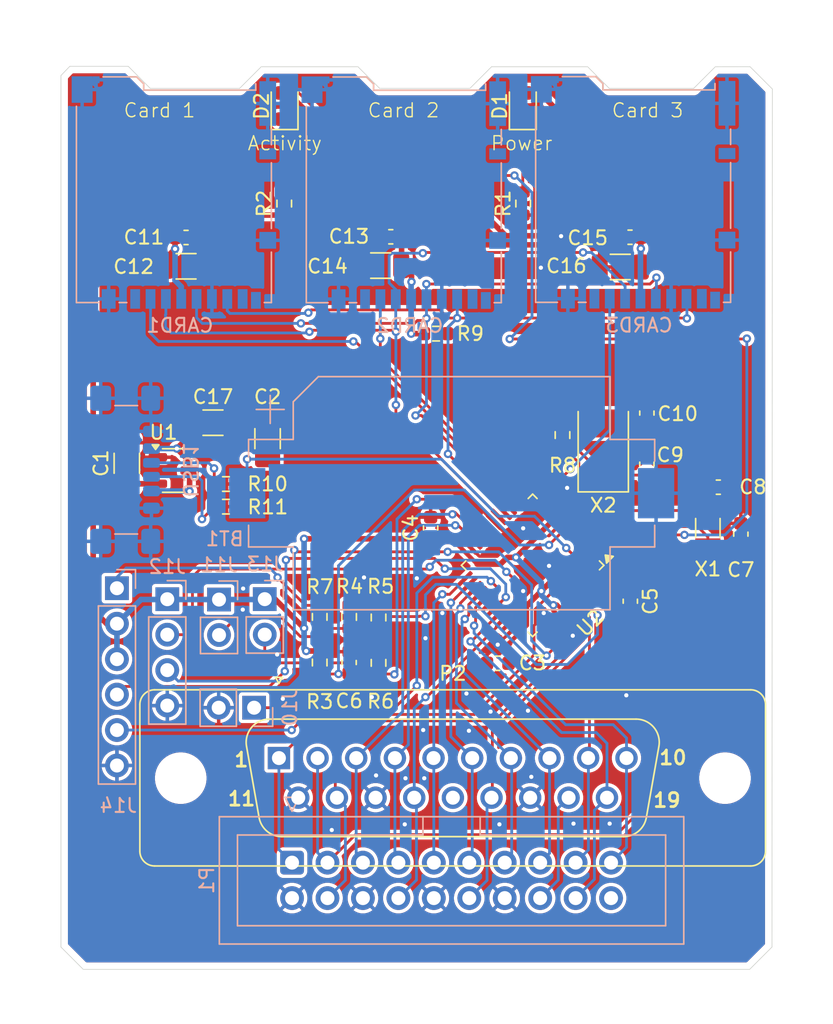
<source format=kicad_pcb>
(kicad_pcb (version 20241229) (generator "pcbnew") (generator_version "9.0")
  (layers (0 "F.Cu" signal) (2 "B.Cu" signal) (13 "F.Paste" user) (15 "B.Paste" user) (5 "F.SilkS" user "F.Silkscreen") (7 "B.SilkS" user "B.Silkscreen") (1 "F.Mask" user) (3 "B.Mask" user) (25 "Edge.Cuts" user))
  (net 0 "")
  (net 1 "/VBatt")
  (net 2 "GND")
  (net 3 "VDD")
  (net 4 "/RESET")
  (net 5 "/OSC32_in")
  (net 6 "/OSC32_out")
  (net 7 "/OSC_in")
  (net 8 "/OSC_out")
  (net 9 "VCC")
  (net 10 "/PA4")
  (net 13 "/PA6")
  (net 14 "/PA5")
  (net 15 "/PA7")
  (net 21 "/PA3")
  (net 24 "/PA2")
  (net 28 "Net-(D1-K)")
  (net 29 "/PC13")
  (net 30 "Net-(D2-K)")
  (net 31 "/PB8")
  (net 32 "/PB9")
  (net 33 "/PB10")
  (net 34 "/PB11")
  (net 35 "/PB13")
  (net 36 "/PB12")
  (net 37 "/PB14")
  (net 38 "/PB15")
  (net 39 "/PA8")
  (net 40 "/PB7")
  (net 41 "/PA15")
  (net 42 "/PA12")
  (net 43 "/PB6")
  (net 44 "/PA11")
  (net 45 "Net-(P1-Pin_16)")
  (net 46 "/BOOT0")
  (net 47 "/PA13")
  (net 48 "/PA14")
  (net 49 "/PB2")
  (net 50 "/PA9")
  (net 51 "Net-(J14-Pin_1)")
  (net 52 "/PA10")
  (net 54 "Net-(R4-Pad2)")
  (net 55 "Net-(USB1-CC2)")
  (net 56 "Net-(USB1-CC1)")
  (footprint "Capacitor_SMD:C_1206_3216Metric" (layer "F.Cu") (at 137.4394 74.9554)
    (property "Reference" "C12")
    (property "Value" "100uF")
  )
  (footprint "Capacitor_SMD:C_0603_1608Metric" (layer "F.Cu") (at 159.775027 103.394373 180)
    (property "Reference" "C3")
    (property "Value" "100nF")
  )
  (footprint "Resistor_SMD:R_0603_1608Metric" (layer "F.Cu") (at 147.0152 103.3404 90)
    (property "Reference" "R3")
    (property "Value" "100K")
  )
  (footprint "Resistor_SMD:R_0603_1608Metric" (layer "F.Cu") (at 151.2316 103.3658 90)
    (property "Reference" "R6")
    (property "Value" "100K")
  )
  (footprint "Capacitor_SMD:C_0603_1608Metric" (layer "F.Cu") (at 152.109 72.8424 180)
    (property "Reference" "C13")
    (property "Value" "100nF")
  )
  (footprint "Capacitor_SMD:C_0603_1608Metric" (layer "F.Cu") (at 169.274627 98.949373 -90)
    (property "Reference" "C5")
    (property "Value" "100nF")
  )
  (footprint "Capacitor_SMD:C_1206_3216Metric" (layer "F.Cu") (at 168.5526 75.0062 180)
    (property "Reference" "C16")
    (property "Value" "100uF")
  )
  (footprint "Capacitor_SMD:C_0603_1608Metric" (layer "F.Cu") (at 170.4594 85.471 90)
    (property "Reference" "C10")
    (property "Value" "22pF")
  )
  (footprint "Package_QFP:LQFP-48_7x7mm_P0.5mm" (layer "F.Cu") (at 162.274458 96.379878 -135)
    (property "Reference" "U2")
    (property "Value" "STM32F103C8Tx")
  )
  (footprint "Capacitor_SMD:C_0603_1608Metric" (layer "F.Cu") (at 137.4394 72.8916)
    (property "Reference" "C11")
    (property "Value" "100nF")
  )
  (footprint "Capacitor_SMD:C_0603_1608Metric" (layer "F.Cu") (at 170.4594 89.1286 90)
    (property "Reference" "C9")
    (property "Value" "22pF")
  )
  (footprint "Resistor_SMD:R_0603_1608Metric" (layer "F.Cu") (at 140.2971 92.1766)
    (property "Reference" "R11")
    (property "Value" "5.1K")
  )
  (footprint "Capacitor_SMD:C_1206_3216Metric" (layer "F.Cu") (at 133.1951 89.0676 90)
    (property "Reference" "C1")
    (property "Value" "100uF")
  )
  (footprint "Resistor_SMD:R_0603_1608Metric" (layer "F.Cu") (at 164.4142 87.0458 -90)
    (property "Reference" "R8")
    (property "Value" "1M")
  )
  (footprint "Resistor_SMD:R_0603_1608Metric" (layer "F.Cu") (at 144.4752 70.462 90)
    (property "Reference" "R2")
    (property "Value" "1K")
  )
  (footprint "Resistor_SMD:R_0603_1608Metric" (layer "F.Cu") (at 151.2316 100.1146 90)
    (property "Reference" "R5")
    (property "Value" "1K")
  )
  (footprint "Capacitor_SMD:C_1206_3216Metric" (layer "F.Cu") (at 139.368 86.16)
    (property "Reference" "C17")
    (property "Value" "100uF")
  )
  (footprint "Resistor_SMD:R_0603_1608Metric" (layer "F.Cu") (at 155.3596 79.7814 180)
    (property "Reference" "R9")
    (property "Value" "100K")
  )
  (footprint "Resistor_SMD:R_0603_1608Metric" (layer "F.Cu") (at 149.1234 100.0768 90)
    (property "Reference" "R4")
    (property "Value" "1K")
  )
  (footprint "Resistor_SMD:R_0603_1608Metric" (layer "F.Cu") (at 147.0152 100.0734 -90)
    (property "Reference" "R7")
    (property "Value" "1K")
  )
  (footprint "LED_SMD:LED_0805_2012Metric" (layer "F.Cu") (at 161.5694 63.4747 90)
    (property "Reference" "D1")
    (property "Value" "LED_Filled")
  )
  (footprint "Resistor_SMD:R_0603_1608Metric" (layer "F.Cu") (at 140.2974 90.5542)
    (property "Reference" "R10")
    (property "Value" "5.1K")
  )
  (footprint "Capacitor_SMD:C_1206_3216Metric" (layer "F.Cu") (at 143.2814 87.303 90)
    (property "Reference" "C2")
    (property "Value" "100uF")
  )
  (footprint "Capacitor_SMD:C_0603_1608Metric" (layer "F.Cu") (at 177.1928 94.1454 90)
    (property "Reference" "C7")
    (property "Value" "22pF")
  )
  (footprint "Resistor_SMD:R_0603_1608Metric" (layer "F.Cu") (at 161.5948 70.462 90)
    (property "Reference" "R1")
    (property "Value" "1K")
  )
  (footprint "Package_TO_SOT_SMD:SOT-23-3" (layer "F.Cu") (at 136.5559 89.5858)
    (property "Reference" "U1")
    (property "Value" "XC6206PxxxMR")
  )
  (footprint "Capacitor_SMD:C_0603_1608Metric" (layer "F.Cu") (at 169.2526 72.8726 180)
    (property "Reference" "C15")
    (property "Value" "100nF")
  )
  (footprint "LED_SMD:LED_0805_2012Metric" (layer "F.Cu") (at 144.5006 63.4747 90)
    (property "Reference" "D2")
    (property "Value" "LED_Filled")
  )
  (footprint "Crystal:Crystal_SMD_3215-2Pin_3.2x1.5mm" (layer "F.Cu") (at 174.8306 93.7006 -90)
    (property "Reference" "X1")
    (property "Value" "32.768KHz")
  )
  (footprint "Crystal:Crystal_SMD_5032-2Pin_5.0x3.2mm" (layer "F.Cu") (at 167.3352 88.066 90)
    (property "Reference" "X2")
    (property "Value" "8MHz")
  )
  (footprint "Capacitor_SMD:C_0603_1608Metric" (layer "F.Cu") (at 149.1234 103.3402 90)
    (property "Reference" "C6")
    (property "Value" "100nF")
  )
  (footprint "Capacitor_SMD:C_0603_1608Metric" (layer "F.Cu") (at 175.5796 90.7796)
    (property "Reference" "C8")
    (property "Value" "22pF")
  )
  (footprint "Capacitor_SMD:C_1206_3216Metric" (layer "F.Cu") (at 151.384 74.9046 180)
    (property "Reference" "C14")
    (property "Value" "100uF")
  )
  (footprint "ACSI2ST:DSUB-19_Pins_Vertical" (layer "F.Cu") (at 156.5592 111.6252)
    (property "Reference" "P2")
    (property "Value" "DB-19 Male" (hide yes))
  )
  (footprint "Capacitor_SMD:C_0603_1608Metric" (layer "F.Cu") (at 154.9654 93.7006 90)
    (property "Reference" "C4")
    (property "Value" "100nF")
  )
  (footprint "Connector_PinHeader_2.54mm:PinHeader_1x02_P2.54mm_Vertical" (layer "B.Cu") (at 143.0782 98.801 180)
    (property "Reference" "J13")
    (property "Value" "STRICT")
  )
  (footprint "Connector_Card:microSD_HC_Hirose_DM3BT-DSF-PEJS" (layer "B.Cu") (at 136.5682 69.6688)
    (property "Reference" "CARD1")
    (property "Value" "Micro_SD_Card_Det2")
  )
  (footprint "Connector_Card:microSD_HC_Hirose_DM3BT-DSF-PEJS" (layer "B.Cu") (at 153.041 69.6786)
    (property "Reference" "CARD2")
    (property "Value" "Micro_SD_Card_Det2")
  )
  (footprint "Connector_PinHeader_2.54mm:PinHeader_1x02_P2.54mm_Vertical" (layer "B.Cu") (at 139.8016 98.8314 180)
    (property "Reference" "J11")
    (property "Value" "FLASH")
  )
  (footprint "Connector_PinHeader_2.54mm:PinHeader_1x06_P2.54mm_Vertical" (layer "B.Cu") (at 132.4864 98.0186 180)
    (property "Reference" "J14")
    (property "Value" "UART")
  )
  (footprint "Connector_IDC:IDC-Header_2x10_P2.54mm_Vertical" (layer "B.Cu") (at 145.034 117.6782 -90)
    (property "Reference" "P1")
    (property "Value" "IDC20")
  )
  (footprint "Connector_PinHeader_2.54mm:PinHeader_1x02_P2.54mm_Vertical" (layer "B.Cu") (at 142.3162 106.5784 90)
    (property "Reference" "J10")
    (property "Value" "RESET")
  )
  (footprint "Connector_Card:microSD_HC_Hirose_DM3BT-DSF-PEJS" (layer "B.Cu") (at 169.4748 69.6532)
    (property "Reference" "CARD3")
    (property "Value" "Micro_SD_Card_Det2")
  )
  (footprint "Battery:BatteryHolder_Keystone_1060_1x2032" (layer "B.Cu") (at 156.4698 91.2114)
    (property "Reference" "BT1")
    (property "Value" "CR2032")
  )
  (footprint "Connector_USB:USB_C_Receptacle_GCT_USB4135-GF-A_6P_TopMnt_Horizontal" (layer "B.Cu") (at 131.9276 89.535 90)
    (property "Reference" "USB1")
    (property "Value" "USB_C_PowerOnly")
  )
  (footprint "Connector_PinHeader_2.54mm:PinHeader_1x04_P2.54mm_Vertical" (layer "B.Cu") (at 136.0932 98.806 180)
    (property "Reference" "J12")
    (property "Value" "ID_SHIFT")
  )
  (gr_line (start 157.7784 62.211) (end 151.3078 62.211) (stroke (width 0.05)) (layer "Edge.Cuts"))
  (gr_line (start 141.2748 62.211) (end 134.874 62.211) (stroke (width 0.05)) (layer "Edge.Cuts"))
  (gr_line (start 175.363 60.6616) (end 173.8136 62.211) (stroke (width 0.05)) (layer "Edge.Cuts"))
  (gr_line (start 133.2992 60.6298) (end 134.874 62.211) (stroke (width 0.05)) (layer "Edge.Cuts"))
  (gr_line (start 177.8254 125.3236) (end 179.426229 123.7234) (stroke (width 0.05)) (layer "Edge.Cuts"))
  (gr_line (start 130.0734 125.324229) (end 128.4732 123.7234) (stroke (width 0.05)) (layer "Edge.Cuts"))
  (gr_line (start 128.4732 61.2902) (end 128.4732 123.7234) (stroke (width 0.05)) (layer "Edge.Cuts"))
  (gr_line (start 129.1082 60.6298) (end 133.2992 60.6298) (stroke (width 0.05)) (layer "Edge.Cuts"))
  (gr_line (start 159.3342 60.6552) (end 157.7848 62.2046) (stroke (width 0.05)) (layer "Edge.Cuts"))
  (gr_line (start 177.8508 60.657705) (end 175.363 60.6616) (stroke (width 0.05)) (layer "Edge.Cuts"))
  (gr_line (start 142.8242 60.6616) (end 141.2748 62.211) (stroke (width 0.05)) (layer "Edge.Cuts"))
  (gr_line (start 166.2176 60.6616) (end 167.767 62.211) (stroke (width 0.05)) (layer "Edge.Cuts"))
  (gr_line (start 149.7584 60.6616) (end 151.3078 62.2046) (stroke (width 0.05)) (layer "Edge.Cuts"))
  (gr_line (start 142.8242 60.6616) (end 149.7584 60.6616) (stroke (width 0.05)) (layer "Edge.Cuts"))
  (gr_line (start 179.426229 123.7234) (end 179.451 62.2554) (stroke (width 0.05)) (layer "Edge.Cuts"))
  (gr_line (start 130.0734 125.324229) (end 177.8254 125.3236) (stroke (width 0.05)) (layer "Edge.Cuts"))
  (gr_line (start 173.8136 62.211) (end 167.767 62.211) (stroke (width 0.05)) (layer "Edge.Cuts"))
  (gr_line (start 128.4732 61.2902) (end 129.1082 60.6298) (stroke (width 0.05)) (layer "Edge.Cuts"))
  (gr_line (start 179.451 62.2554) (end 177.8508 60.654571) (stroke (width 0.05)) (layer "Edge.Cuts"))
  (gr_line (start 159.3342 60.6616) (end 166.2176 60.6616) (stroke (width 0.05)) (layer "Edge.Cuts"))
  (gr_text "Card 3" (at 167.8746 64.37 0) (layer "F.SilkS") (effects (font (size 1 1) (thickness 0.1)) (justify left bottom)))
  (gr_text "11" (at 140.335 113.6904 0) (layer "F.SilkS") (effects (font (size 1 1) (thickness 0.2) (bold yes)) (justify left bottom)))
  (gr_text "Card 2" (at 150.3867 64.37 0) (layer "F.SilkS") (effects (font (size 1 1) (thickness 0.1)) (justify left bottom)))
  (gr_text "Activity" (at 141.7828 66.7282 0) (layer "F.SilkS") (effects (font (size 1 1) (thickness 0.1)) (justify left bottom)))
  (gr_text "19" (at 170.815 113.792 0) (layer "F.SilkS") (effects (font (size 1 1) (thickness 0.2) (bold yes)) (justify left bottom)))
  (gr_text "10" (at 171.2468 110.744 0) (layer "F.SilkS") (effects (font (size 1 1) (thickness 0.2) (bold yes)) (justify left bottom)))
  (gr_text "1" (at 140.7922 110.8964 0) (layer "F.SilkS") (effects (font (size 1 1) (thickness 0.2) (bold yes)) (justify left bottom)))
  (gr_text "Card 1" (at 132.8988 64.37 0) (layer "F.SilkS") (effects (font (size 1 1) (thickness 0.1)) (justify left bottom)))
  (gr_text "Power" (at 159.2072 66.7282 0) (layer "F.SilkS") (effects (font (size 1 1) (thickness 0.1)) (justify left bottom)))
  (segment (start 141.8082 88.773) (end 143.2764 88.773) (width 0.2) (layer "F.Cu") (net 1))
  (segment (start 166.616927 95.926497) (end 167.162334 95.38109) (width 0.2) (layer "F.Cu") (net 1))
  (segment (start 165.471697 95.926497) (end 166.616927 95.926497) (width 0.2) (layer "F.Cu") (net 1))
  (segment (start 164.6809 95.1357) (end 165.471697 95.926497) (width 0.2) (layer "F.Cu") (net 1))
  (segment (start 143.2764 88.773) (end 143.2814 88.778) (width 0.2) (layer "F.Cu") (net 1))
  (via (at 164.6809 95.1357) (size 0.6) (drill 0.3) (layers "F.Cu" "B.Cu") (net 1))
  (via (at 141.8082 88.773) (size 0.6) (drill 0.3) (layers "F.Cu" "B.Cu") (net 1))
  (segment (start 141.8082 88.773) (end 141.8082 91.1998) (width 0.2) (layer "B.Cu") (net 1))
  (segment (start 159.828927 92.8624) (end 162.4076 92.8624) (width 0.2) (layer "B.Cu") (net 1))
  (segment (start 155.739527 88.773) (end 159.828927 92.8624) (width 0.2) (layer "B.Cu") (net 1))
  (segment (start 141.8082 88.773) (end 155.739527 88.773) (width 0.2) (layer "B.Cu") (net 1))
  (segment (start 141.8082 91.1998) (end 141.8198 91.2114) (width 0.2) (layer "B.Cu") (net 1))
  (segment (start 162.4076 92.8624) (end 164.6809 95.1357) (width 0.2) (layer "B.Cu") (net 1))
  (segment (start 168.800933 99.724373) (end 169.274627 99.724373) (width 0.2) (layer "F.Cu") (net 2))
  (segment (start 160.922116 100.9142) (end 159.772558 102.063758) (width 0.2) (layer "F.Cu") (net 2))
  (segment (start 166.80878 97.73222) (end 168.800933 99.724373) (width 0.2) (layer "F.Cu") (net 2))
  (segment (start 159.772558 102.063758) (end 159.000027 102.836289) (width 0.2) (layer "F.Cu") (net 2))
  (segment (start 159.8422 94.301174) (end 159.154349 93.613323) (width 0.2) (layer "F.Cu") (net 2))
  (segment (start 166.12996 97.0534) (end 165.4302 97.0534) (width 0.2) (layer "F.Cu") (net 2))
  (segment (start 159.8422 94.8436) (end 159.8422 94.301174) (width 0.2) (layer "F.Cu") (net 2))
  (segment (start 158.4198 95.7072) (end 158.9786 95.7072) (width 0.2) (layer "F.Cu") (net 2))
  (segment (start 158.9786 95.7072) (end 159.8422 94.8436) (width 0.2) (layer "F.Cu") (net 2))
  (segment (start 159.000027 102.836289) (end 159.000027 103.394373) (width 0.2) (layer "F.Cu") (net 2))
  (segment (start 157.740136 95.027536) (end 158.4198 95.7072) (width 0.2) (layer "F.Cu") (net 2))
  (segment (start 166.80878 97.73222) (end 166.12996 97.0534) (width 0.2) (layer "F.Cu") (net 2))
  (via (at 147.8788 115.3414) (size 0.6) (drill 0.3) (layers "F.Cu" "B.Cu") (net 2))
  (via (at 165.2016 114.8842) (size 0.6) (drill 0.3) (layers "F.Cu" "B.Cu") (net 2))
  (via (at 143.9672 102.7642) (size 0.6) (drill 0.3) (layers "F.Cu" "B.Cu") (net 2))
  (via (at 151.0538 111.4298) (size 0.6) (drill 0.3) (layers "F.Cu" "B.Cu") (net 2))
  (via (at 141.5288 98.044) (size 0.6) (drill 0.3) (layers "F.Cu" "B.Cu") (net 2))
  (via (at 162.179 111.5314) (size 0.6) (drill 0.3) (layers "F.Cu" "B.Cu") (net 2))
  (via (at 164.3126 72.7964) (size 0.6) (drill 0.3) (layers "F.Cu" "B.Cu") (net 2))
  (via (at 164.7444 90.8304) (size 0.6) (drill 0.3) (layers "F.Cu" "B.Cu") (net 2))
  (via (at 154.594 101.6) (size 0.6) (drill 0.3) (layers "F.Cu" "B.Cu") (net 2))
  (via (at 153.9748 97.3074) (size 0.6) (drill 0.3) (layers "F.Cu" "B.Cu") (net 2))
  (via (at 163.068 99.7966) (size 0.6) (drill 0.3) (layers "F.Cu" "B.Cu") (net 2))
  (via (at 155.8036 99.7966) (size 0.6) (drill 0.3) (layers "F.Cu" "B.Cu") (net 2))
  (via (at 159.893 114.935) (size 0.6) (drill 0.3) (layers "F.Cu" "B.Cu") (net 2))
  (via (at 168.9862 105.6894) (size 0.6) (drill 0.3) (layers "F.Cu" "B.Cu") (net 2))
  (via (at 159.258 106.8578) (size 0.6) (drill 0.3) (layers "F.Cu" "B.Cu") (net 2))
  (via (at 161.5948 93.726) (size 0.6) (drill 0.3) (layers "F.Cu" "B.Cu") (net 2))
  (via (at 157.7086 108.2294) (size 0.6) (drill 0.3) (layers "F.Cu" "B.Cu") (net 2))
  (via (at 162.8648 75.057) (size 0.6) (drill 0.3) (layers "F.Cu" "B.Cu") (net 2))
  (via (at 141.5034 99.5522) (size 0.6) (drill 0.3) (layers "F.Cu" "B.Cu") (net 2))
  (via (at 165.1508 101.4222) (size 0.6) (drill 0.3) (layers "F.Cu" "B.Cu") (net 2))
  (via (at 159.772558 102.063758) (size 0.6) (drill 0.3) (layers "F.Cu" "B.Cu") (net 2))
  (via (at 153.162 111.633) (size 0.6) (drill 0.3) (layers "F.Cu" "B.Cu") (net 2))
  (via (at 161.94007 106.79193) (size 0.6) (drill 0.3) (layers "F.Cu" "B.Cu") (net 2))
  (via (at 167.7924 114.8842) (size 0.6) (drill 0.3) (layers "F.Cu" "B.Cu") (net 2))
  (via (at 153.1112 114.935) (size 0.6) (drill 0.3) (layers "F.Cu" "B.Cu") (net 2))
  (via (at 163.449 96.4184) (size 0.6) (drill 0.3) (layers "F.Cu" "B.Cu") (net 2))
  (via (at 157.5308 105.5624) (size 0.6) (drill 0.3) (layers "F.Cu" "B.Cu") (net 2))
  (via (at 154.5082 111.633) (size 0.6) (drill 0.3) (layers "F.Cu" "B.Cu") (net 2))
  (via (at 144.3736 105.9434) (size 0.6) (drill 0.3) (layers "F.Cu" "B.Cu") (net 2))
  (via (at 161.5948 98.2218) (size 0.6) (drill 0.3) (layers "F.Cu" "B.Cu") (net 2))
  (via (at 150.1902 97.247) (size 0.6) (drill 0.3) (layers "F.Cu" "B.Cu") (net 2))
  (via (at 150.749 105.8164) (size 0.6) (drill 0.3) (layers "F.Cu" "B.Cu") (net 2))
  (via (at 154.432 108.1786) (size 0.6) (drill 0.3) (layers "F.Cu" "B.Cu") (net 2))
  (segment (start 155.194 120.5738) (end 155.2702 120.65) (width 0.2) (layer "B.Cu") (net 2))
  (segment (start 164.625325 96.4946) (end 165.753194 96.4946) (width 0.4) (layer "F.Cu") (net 3))
  (segment (start 163.759354 99.232246) (end 163.759354 99.63254) (width 0.3) (layer "F.Cu") (net 3))
  (segment (start 152.884 74.8796) (end 152.884 72.8424) (width 0.4) (layer "F.Cu") (net 3))
  (segment (start 157.375144 95.38109) (end 157.375144 95.369652) (width 0.3) (layer "F.Cu") (net 3))
  (segment (start 169.2148 71.2724) (end 170.0276 72.0852) (width 0.4) (layer "F.Cu") (net 3))
  (segment (start 145.8976 100.88437) (end 143.81423 98.801) (width 0.4) (layer "F.Cu") (net 3))
  (segment (start 164.2364 63.9826) (end 164.2364 71.2724) (width 0.4) (layer "F.Cu") (net 3))
  (segment (start 163.759354 99.63254) (end 164.333907 100.207093) (width 0.3) (layer "F.Cu") (net 3))
  (segment (start 165.753194 96.4946) (end 166.278268 96.4946) (width 0.3) (layer "F.Cu") (net 3))
  (segment (start 161.8742 99.351971) (end 161.8742 100.669224) (width 0.3) (layer "F.Cu") (net 3))
  (segment (start 135.9644 74.9554) (end 135.9644 74.3984) (width 0.4) (layer "F.Cu") (net 3))
  (segment (start 170.0276 72.8726) (end 170.0276 73.6854) (width 0.4) (layer "F.Cu") (net 3))
  (segment (start 136.652 72.904) (end 136.6644 72.8916) (width 0.4) (layer "F.Cu") (net 3))
  (segment (start 161.5694 62.5372) (end 162.791 62.5372) (width 0.4) (layer "F.Cu") (net 3))
  (segment (start 132.4864 100.5586) (end 131.7498 100.5586) (width 0.4) (layer "F.Cu") (net 3))
  (segment (start 160.638627 101.946573) (end 160.550027 102.035173) (width 0.4) (layer "F.Cu") (net 3))
  (segment (start 153.5938 75.6394) (end 152.859 74.9046) (width 0.4) (layer "F.Cu") (net 3))
  (segment (start 164.625325 96.4946) (end 162.898125 98.2218) (width 0.4) (layer "F.Cu") (net 3))
  (segment (start 146.05 102.5144) (end 147.0142 102.5144) (width 0.4) (layer "F.Cu") (net 3))
  (segment (start 145.8976 94.478973) (end 155.667573 94.478973) (width 0.4) (layer "F.Cu") (net 3))
  (segment (start 162.0012 99.224971) (end 161.8742 99.351971) (width 0.3) (layer "F.Cu") (net 3))
  (segment (start 154.5346 79.7814) (end 153.5684 79.7814) (width 0.4) (layer "F.Cu") (net 3))
  (segment (start 161.393606 95.492964) (end 163.576 93.31057) (width 0.4) (layer "F.Cu") (net 3))
  (segment (start 158.296892 96.2914) (end 157.386582 95.38109) (width 0.3) (layer "F.Cu") (net 3))
  (segment (start 167.801427 98.009573) (end 167.966227 98.174373) (width 0.4) (layer "F.Cu") (net 3))
  (segment (start 155.667573 94.478973) (end 155.8544 94.6658) (width 0.4) (layer "F.Cu") (net 3))
  (segment (start 136.652 73.7108) (end 136.652 72.904) (width 0.4) (layer "F.Cu") (net 3))
  (segment (start 156.747492 94.742) (end 156.736054 94.742) (width 0.3) (layer "F.Cu") (net 3))
  (segment (start 158.296892 96.2914) (end 159.969201 96.2914) (width 0.4) (layer "F.Cu") (net 3))
  (segment (start 136.6644 72.8916) (end 138.269 71.287) (width 0.4) (layer "F.Cu") (net 3))
  (segment (start 130.7846 75.692) (end 131.5212 74.9554) (width 0.4) (layer "F.Cu") (net 3))
  (segment (start 138.269 71.287) (end 144.4752 71.287) (width 0.4) (layer "F.Cu") (net 3))
  (segment (start 161.393606 95.501994) (end 161.393606 95.492964) (width 0.4) (layer "F.Cu") (net 3))
  (segment (start 167.162334 97.378666) (end 167.793241 98.009573) (width 0.3) (layer "F.Cu") (net 3))
  (segment (start 170.0276 73.6854) (end 170.0276 75.0062) (width 0.4) (layer "F.Cu") (net 3))
  (segment (start 144.4752 71.287) (end 152.2114 71.287) (width 0.4) (layer "F.Cu") (net 3))
  (segment (start 167.793241 98.009573) (end 167.801427 98.009573) (width 0.4) (layer "F.Cu") (net 3))
  (segment (start 170.0276 72.0852) (end 170.0276 72.8726) (width 0.4) (layer "F.Cu") (net 3))
  (segment (start 162.791 62.5372) (end 164.2364 63.9826) (width 0.4) (layer "F.Cu") (net 3))
  (segment (start 152.859 74.9046) (end 152.884 74.8796) (width 0.4) (layer "F.Cu") (net 3))
  (segment (start 152.2114 71.287) (end 158.8662 71.287) (width 0.4) (layer "F.Cu") (net 3))
  (segment (start 163.8046 99.187) (end 164.02092 99.187) (width 0.3) (layer "F.Cu") (net 3))
  (segment (start 155.8544 94.6658) (end 156.659854 94.6658) (width 0.4) (layer "F.Cu") (net 3))
  (segment (start 162.898125 98.2218) (end 162.009125 99.1108) (width 0.4) (layer "F.Cu") (net 3))
  (segment (start 130.7846 99.5934) (end 130.7846 75.692) (width 0.4) (layer "F.Cu") (net 3))
  (segment (start 153.5938 76.073) (end 153.5938 75.6394) (width 0.4) (layer "F.Cu") (net 3))
  (segment (start 156.659854 94.6658) (end 156.736054 94.742) (width 0.4) (layer "F.Cu") (net 3))
  (segment (start 160.450137 95.810464) (end 161.085136 95.810464) (width 0.4) (layer "F.Cu") (net 3))
  (segment (start 162.009125 99.1108) (end 162.0012 99.1108) (width 0.4) (layer "F.Cu") (net 3))
  (segment (start 164.02092 99.187) (end 164.68746 99.85354) (width 0.3) (layer "F.Cu") (net 3))
  (segment (start 135.9644 74.3984) (end 136.652 73.7108) (width 0.4) (layer "F.Cu") (net 3))
  (segment (start 131.7498 100.5586) (end 130.7846 99.5934) (width 0.4) (layer "F.Cu") (net 3))
  (segment (start 162.7378 72.771) (end 164.2364 71.2724) (width 0.4) (layer "F.Cu") (net 3))
  (segment (start 152.2114 71.287) (end 152.884 71.9596) (width 0.4) (layer "F.Cu") (net 3))
  (segment (start 167.966227 98.174373) (end 169.274627 98.174373) (width 0.4) (layer "F.Cu") (net 3))
  (segment (start 163.59237 93.2942) (end 163.576 93.2942) (width 0.3) (layer "F.Cu") (net 3))
  (segment (start 147.0142 102.5144) (end 147.0152 102.5154) (width 0.4) (layer "F.Cu") (net 3))
  (segment (start 164.2364 71.2724) (end 169.2148 71.2724) (width 0.4) (layer "F.Cu") (net 3))
  (segment (start 131.5212 74.9554) (end 135.9644 74.9554) (width 0.4) (layer "F.Cu") (net 3))
  (segment (start 158.8662 71.287) (end 160.3502 72.771) (width 0.4) (layer "F.Cu") (net 3))
  (segment (start 161.8742 100.669224) (end 161.27567 101.267754) (width 0.3) (layer "F.Cu") (net 3))
  (segment (start 143.81423 98.801) (end 143.0782 98.801) (width 0.4) (layer "F.Cu") (net 3))
  (segment (start 135.4184 90.5358) (end 132.5804 90.5358) (width 0.4) (layer "F.Cu") (net 3))
  (segment (start 152.884 71.9596) (end 152.884 72.8424) (width 0.4) (layer "F.Cu") (net 3))
  (segment (start 160.550027 102.035173) (end 160.550027 103.394373) (width 0.4) (layer "F.Cu") (net 3))
  (segment (start 166.278268 96.4946) (end 167.162334 97.378666) (width 0.3) (layer "F.Cu") (net 3))
  (segment (start 161.27567 101.267754) (end 160.638627 101.904797) (width 0.3) (layer "F.Cu") (net 3))
  (segment (start 157.375144 95.369652) (end 156.747492 94.742) (width 0.3) (layer "F.Cu") (net 3))
  (segment (start 159.969201 96.2914) (end 160.450137 95.810464) (width 0.4) (layer "F.Cu") (net 3))
  (segment (start 162.0012 99.1108) (end 162.0012 99.224971) (width 0.3) (layer "F.Cu") (net 3))
  (segment (start 160.3502 72.771) (end 162.7378 72.771) (width 0.4) (layer "F.Cu") (net 3))
  (segment (start 161.085136 95.810464) (end 161.393606 95.501994) (width 0.4) (layer "F.Cu") (net 3))
  (segment (start 164.317537 92.569033) (end 163.59237 93.2942) (width 0.3) (layer "F.Cu") (net 3))
  (via (at 145.8976 94.478973) (size 0.6) (drill 0.3) (layers "F.Cu" "B.Cu") (net 3))
  (via (at 162.898125 98.2218) (size 0.6) (drill 0.3) (layers "F.Cu" "B.Cu") (net 3))
  (via (at 170.0276 73.6854) (size 0.6) (drill 0.3) (layers "F.Cu" "B.Cu") (net 3))
  (via (at 153.5938 76.073) (size 0.6) (drill 0.3) (layers "F.Cu" "B.Cu") (net 3))
  (via (at 145.8976 100.88437) (size 0.6) (drill 0.3) (layers "F.Cu" "B.Cu") (net 3))
  (via (at 146.05 102.5144) (size 0.6) (drill 0.3) (layers "F.Cu" "B.Cu") (net 3))
  (via (at 136.652 73.7108) (size 0.6) (drill 0.3) (layers "F.Cu" "B.Cu") (net 3))
  (via (at 163.759354 99.232246) (size 0.6) (drill 0.3) (layers "F.Cu" "B.Cu") (net 3))
  (via (at 153.5684 79.7814) (size 0.6) (drill 0.3) (layers "F.Cu" "B.Cu") (net 3))
  (via (at 161.085136 95.810464) (size 0.6) (drill 0.3) (layers "F.Cu" "B.Cu") (net 3))
  (segment (start 162.898125 98.2218) (end 162.898125 97.623452) (width 0.4) (layer "B.Cu") (net 3))
  (segment (start 145.8976 100.88437) (end 145.8976 102.362) (width 0.4) (layer "B.Cu") (net 3))
  (segment (start 132.4864 100.5586) (end 132.4864 103.0986) (width 0.4) (layer "B.Cu") (net 3))
  (segment (start 145.8976 102.362) (end 146.05 102.5144) (width 0.4) (layer "B.Cu") (net 3))
  (segment (start 134.2136 98.8314) (end 134.2186 98.8264) (width 0.4) (layer "B.Cu") (net 3))
  (segment (start 136.652 73.7108) (end 136.652 75.9714) (width 0.4) (layer "B.Cu") (net 3))
  (segment (start 153.5938 76.073) (end 153.566 76.1008) (width 0.4) (layer "B.Cu") (net 3))
  (segment (start 143.0528 98.8264) (end 143.0782 98.801) (width 0.4) (layer "B.Cu") (net 3))
  (segment (start 163.759354 99.232246) (end 163.714108 99.187) (width 0.4) (layer "B.Cu") (net 3))
  (segment (start 169.9998 73.7132) (end 169.9998 77.2782) (width 0.4) (layer "B.Cu") (net 3))
  (segment (start 153.5684 78.4908) (end 153.566 78.4884) (width 0.4) (layer "B.Cu") (net 3))
  (segment (start 163.576764 99.187) (end 162.898125 98.508361) (width 0.4) (layer "B.Cu") (net 3))
  (segment (start 163.714108 99.187) (end 163.576764 99.187) (width 0.4) (layer "B.Cu") (net 3))
  (segment (start 170.0276 73.6854) (end 169.9998 73.7132) (width 0.4) (layer "B.Cu") (net 3))
  (segment (start 153.566 78.4884) (end 153.566 77.3036) (width 0.4) (layer "B.Cu") (net 3))
  (segment (start 137.0932 76.4126) (end 137.0932 77.2938) (width 0.4) (layer "B.Cu") (net 3))
  (segment (start 153.566 76.1008) (end 153.566 77.3036) (width 0.4) (layer "B.Cu") (net 3))
  (segment (start 132.4864 100.5586) (end 134.2136 98.8314) (width 0.4) (layer "B.Cu") (net 3))
  (segment (start 134.2186 98.8264) (end 143.0528 98.8264) (width 0.4) (layer "B.Cu") (net 3))
  (segment (start 162.898125 97.623452) (end 161.085136 95.810464) (width 0.4) (layer "B.Cu") (net 3))
  (segment (start 136.652 75.9714) (end 137.0932 76.4126) (width 0.4) (layer "B.Cu") (net 3))
  (segment (start 162.898125 98.508361) (end 162.898125 98.2218) (width 0.4) (layer "B.Cu") (net 3))
  (segment (start 145.8976 94.478973) (end 145.8976 100.88437) (width 0.4) (layer "B.Cu") (net 3))
  (segment (start 153.5684 79.7814) (end 153.5684 78.4908) (width 0.4) (layer "B.Cu") (net 3))
  (segment (start 148.3614 104.159887) (end 148.356887 104.1644) (width 0.2) (layer "F.Cu") (net 4))
  (segment (start 165.041013 93.327787) (end 163.449 94.9198) (width 0.2) (layer "F.Cu") (net 4))
  (segment (start 148.356887 104.1644) (end 147.0162 104.1644) (width 0.2) (layer "F.Cu") (net 4))
  (segment (start 147.0162 104.1644) (end 144.6022 106.5784) (width 0.2) (layer "F.Cu") (net 4))
  (segment (start 149.078713 104.159887) (end 149.1234 104.1152) (width 0.2) (layer "F.Cu") (net 4))
  (segment (start 148.3614 104.159887) (end 149.078713 104.159887) (width 0.2) (layer "F.Cu") (net 4))
  (segment (start 144.6022 106.5784) (end 142.3162 106.5784) (width 0.2) (layer "F.Cu") (net 4))
  (segment (start 165.041013 93.259769) (end 165.041013 93.327787) (width 0.2) (layer "F.Cu") (net 4))
  (via (at 148.3614 104.159887) (size 0.6) (drill 0.3) (layers "F.Cu" "B.Cu") (net 4))
  (via (at 163.449 94.9198) (size 0.6) (drill 0.3) (layers "F.Cu" "B.Cu") (net 4))
  (segment (start 153.785257 90.9828) (end 157.382227 90.9828) (width 0.2) (layer "B.Cu") (net 4))
  (segment (start 148.3614 104.159887) (end 148.3614 96.406657) (width 0.2) (layer "B.Cu") (net 4))
  (segment (start 161.319227 94.9198) (end 163.449 94.9198) (width 0.2) (layer "B.Cu") (net 4))
  (segment (start 148.3614 96.406657) (end 153.785257 90.9828) (width 0.2) (layer "B.Cu") (net 4))
  (segment (start 157.382227 90.9828) (end 161.319227 94.9198) (width 0.2) (layer "B.Cu") (net 4))
  (segment (start 174.8306 94.9506) (end 177.1626 94.9506) (width 0.2) (layer "F.Cu") (net 5))
  (segment (start 167.53021 93.599) (end 166.455227 94.673983) (width 0.2) (layer "F.Cu") (net 5))
  (segment (start 174.0916 93.599) (end 167.53021 93.599) (width 0.2) (layer "F.Cu") (net 5))
  (segment (start 174.8306 94.9506) (end 174.8306 94.338) (width 0.2) (layer "F.Cu") (net 5))
  (segment (start 174.8306 94.338) (end 174.0916 93.599) (width 0.2) (layer "F.Cu") (net 5))
  (segment (start 177.1626 94.9506) (end 177.1928 94.9204) (width 0.2) (layer "F.Cu") (net 5))
  (segment (start 174.8046 92.4246) (end 174.8306 92.4506) (width 0.2) (layer "F.Cu") (net 6))
  (segment (start 172.0342 92.4506) (end 172.0288 92.456) (width 0.2) (layer "F.Cu") (net 6))
  (segment (start 172.0288 92.456) (end 167.966102 92.456) (width 0.2) (layer "F.Cu") (net 6))
  (segment (start 174.8046 90.7796) (end 174.8046 92.4246) (width 0.2) (layer "F.Cu") (net 6))
  (segment (start 172.0342 92.4506) (end 174.8306 92.4506) (width 0.2) (layer "F.Cu") (net 6))
  (segment (start 167.966102 92.456) (end 166.101673 94.320429) (width 0.2) (layer "F.Cu") (net 6))
  (segment (start 165.29 87.8708) (end 167.3352 89.916) (width 0.2) (layer "F.Cu") (net 7))
  (segment (start 167.3352 89.916) (end 167.3352 92.379796) (width 0.2) (layer "F.Cu") (net 7))
  (segment (start 167.3352 89.916) (end 170.447 89.916) (width 0.2) (layer "F.Cu") (net 7))
  (segment (start 164.4142 87.8708) (end 165.29 87.8708) (width 0.2) (layer "F.Cu") (net 7))
  (segment (start 170.447 89.916) (end 170.4594 89.9036) (width 0.2) (layer "F.Cu") (net 7))
  (segment (start 167.3352 92.379796) (end 165.74812 93.966876) (width 0.2) (layer "F.Cu") (net 7))
  (segment (start 164.419 86.216) (end 164.4142 86.2208) (width 0.2) (layer "F.Cu") (net 8))
  (segment (start 163.83 88.773) (end 163.5252 88.4682) (width 0.2) (layer "F.Cu") (net 8))
  (segment (start 165.3286 88.773) (end 163.83 88.773) (width 0.2) (layer "F.Cu") (net 8))
  (segment (start 167.3352 86.216) (end 164.419 86.216) (width 0.2) (layer "F.Cu") (net 8))
  (segment (start 165.394567 93.613323) (end 166.116 92.89189) (width 0.2) (layer "F.Cu") (net 8))
  (segment (start 163.5252 86.4362) (end 163.7406 86.2208) (width 0.2) (layer "F.Cu") (net 8))
  (segment (start 166.116 91.4654) (end 165.5826 90.932) (width 0.2) (layer "F.Cu") (net 8))
  (segment (start 163.5252 88.4682) (end 163.5252 86.4362) (width 0.2) (layer "F.Cu") (net 8))
  (segment (start 167.3352 86.216) (end 170.4294 86.216) (width 0.2) (layer "F.Cu") (net 8))
  (segment (start 165.5826 90.932) (end 165.5826 89.027) (width 0.2) (layer "F.Cu") (net 8))
  (segment (start 165.5826 89.027) (end 165.3286 88.773) (width 0.2) (layer "F.Cu") (net 8))
  (segment (start 163.7406 86.2208) (end 164.4142 86.2208) (width 0.2) (layer "F.Cu") (net 8))
  (segment (start 166.116 92.89189) (end 166.116 91.4654) (width 0.2) (layer "F.Cu") (net 8))
  (segment (start 170.4294 86.216) (end 170.4594 86.246) (width 0.2) (layer "F.Cu") (net 8))
  (segment (start 137.6772 86.3758) (end 137.893 86.16) (width 0.4) (layer "F.Cu") (net 9))
  (segment (start 137.6934 90.7637) (end 137.6934 89.5858) (width 0.4) (layer "F.Cu") (net 9))
  (segment (start 137.6772 87.1168) (end 137.6772 86.3758) (width 0.4) (layer "F.Cu") (net 9))
  (segment (start 136.779 88.015) (end 137.6772 88.9132) (width 0.4) (layer "F.Cu") (net 9))
  (segment (start 136.779 88.015) (end 137.6772 87.1168) (width 0.4) (layer "F.Cu") (net 9))
  (segment (start 137.6772 88.9132) (end 137.6772 89.5696) (width 0.4) (layer "F.Cu") (net 9))
  (via (at 137.6909 91.071) (size 0.6) (drill 0.3) (layers "F.Cu" "B.Cu") (net 9))
  (via (at 136.779 88.015) (size 0.6) (drill 0.3) (layers "F.Cu" "B.Cu") (net 9))
  (segment (start 136.779 88.015) (end 134.9601 88.015) (width 0.4) (layer "B.Cu") (net 9))
  (segment (start 137.6909 91.071) (end 137.6789 91.059) (width 0.4) (layer "B.Cu") (net 9))
  (segment (start 134.9716 91.055) (end 134.9601 91.055) (width 0.4) (layer "B.Cu") (net 9))
  (segment (start 137.6789 91.059) (end 134.9756 91.059) (width 0.4) (layer "B.Cu") (net 9))
  (segment (start 134.9756 91.059) (end 134.9716 91.055) (width 0.4) (layer "B.Cu") (net 9))
  (segment (start 135.2787 88.0564) (end 135.2667 88.0444) (width 0.4) (layer "B.Cu") (net 9))
  (segment (start 160.922116 91.77626) (end 160.376709 91.230853) (width 0.2) (layer "F.Cu") (net 10))
  (segment (start 156.825 87.5929) (end 149.5723 80.3402) (width 0.2) (layer "F.Cu") (net 10))
  (segment (start 160.376709 91.230853) (end 160.376709 91.144609) (width 0.2) (layer "F.Cu") (net 10))
  (segment (start 160.376709 91.144609) (end 157.0599 87.8278) (width 0.2) (layer "F.Cu") (net 10))
  (segment (start 157.0599 87.8278) (end 156.825 87.5929) (width 0.2) (layer "F.Cu") (net 10))
  (segment (start 160.922116 91.845556) (end 160.922116 91.77626) (width 0.2) (layer "F.Cu") (net 10))
  (segment (start 149.5723 80.3402) (end 149.4282 80.3402) (width 0.2) (layer "F.Cu") (net 10))
  (via (at 149.4282 80.3402) (size 0.6) (drill 0.3) (layers "F.Cu" "B.Cu") (net 10))
  (segment (start 134.8776 77.2782) (end 134.8932 77.2938) (width 0.2) (layer "B.Cu") (net 10))
  (segment (start 135.4836 80.3402) (end 149.4282 80.3402) (width 0.2) (layer "B.Cu") (net 10))
  (segment (start 134.8932 79.7498) (end 135.4836 80.3402) (width 0.2) (layer "B.Cu") (net 10))
  (segment (start 134.8932 77.2938) (end 134.8932 79.7498) (width 0.2) (layer "B.Cu") (net 10))
  (segment (start 156.21 79.3242) (end 156.21 79.756) (width 0.2) (layer "F.Cu") (net 13))
  (segment (start 156.8704 78.6638) (end 156.21 79.3242) (width 0.2) (layer "F.Cu") (net 13))
  (segment (start 156.8704 78.6638) (end 173.3042 78.6638) (width 0.2) (layer "F.Cu") (net 13))
  (segment (start 156.8704 78.6638) (end 156.21 78.6638) (width 0.2) (layer "F.Cu") (net 13))
  (segment (start 156.21 79.756) (end 156.1846 79.7814) (width 0.2) (layer "F.Cu") (net 13))
  (segment (start 156.21 78.6638) (end 155.6258 78.0796) (width 0.2) (layer "F.Cu") (net 13))
  (segment (start 160.215009 92.552663) (end 160.215009 92.483367) (width 0.2) (layer "F.Cu") (net 13))
  (segment (start 159.669602 91.853132) (end 156.209235 88.392765) (width 0.2) (layer "F.Cu") (net 13))
  (segment (start 155.6258 78.0796) (end 146.4056 78.0796) (width 0.2) (layer "F.Cu") (net 13))
  (segment (start 159.669602 91.93796) (end 159.669602 91.853132) (width 0.2) (layer "F.Cu") (net 13))
  (segment (start 160.215009 92.483367) (end 159.669602 91.93796) (width 0.2) (layer "F.Cu") (net 13))
  (segment (start 173.3042 78.6638) (end 173.3296 78.6892) (width 0.2) (layer "F.Cu") (net 13))
  (segment (start 146.4056 78.0796) (end 146.2024 78.2828) (width 0.2) (layer "F.Cu") (net 13))
  (via (at 146.2024 78.2828) (size 0.6) (drill 0.3) (layers "F.Cu" "B.Cu") (net 13))
  (via (at 156.209235 88.392765) (size 0.6) (drill 0.3) (layers "F.Cu" "B.Cu") (net 13))
  (via (at 173.3296 78.6892) (size 0.6) (drill 0.3) (layers "F.Cu" "B.Cu") (net 13))
  (via (at 156.8704 78.6638) (size 0.6) (drill 0.3) (layers "F.Cu" "B.Cu") (net 13))
  (segment (start 173.3296 78.6892) (end 173.3296 77.308) (width 0.2) (layer "B.Cu") (net 13))
  (segment (start 156.8704 78.6638) (end 156.21 79.3242) (width 0.2) (layer "B.Cu") (net 13))
  (segment (start 156.21 79.3242) (end 156.21 88.392) (width 0.2) (layer "B.Cu") (net 13))
  (segment (start 146.1516 78.3336) (end 140.589 78.3336) (width 0.2) (layer "B.Cu") (net 13))
  (segment (start 140.589 78.3336) (end 140.3932 78.1378) (width 0.2) (layer "B.Cu") (net 13))
  (segment (start 156.21 88.392) (end 156.209235 88.392765) (width 0.2) (layer "B.Cu") (net 13))
  (segment (start 156.8704 78.6638) (end 156.8704 78.0122) (width 0.2) (layer "B.Cu") (net 13))
  (segment (start 156.866 78.0078) (end 156.866 77.3036) (width 0.2) (layer "B.Cu") (net 13))
  (segment (start 173.3296 77.308) (end 173.2998 77.2782) (width 0.2) (layer "B.Cu") (net 13))
  (segment (start 146.2024 78.2828) (end 146.1516 78.3336) (width 0.2) (layer "B.Cu") (net 13))
  (segment (start 140.3932 78.1378) (end 140.3932 77.2938) (width 0.2) (layer "B.Cu") (net 13))
  (segment (start 156.8704 78.0122) (end 156.866 78.0078) (width 0.2) (layer "B.Cu") (net 13))
  (segment (start 154.6606 76.2254) (end 170.688 76.2254) (width 0.2) (layer "F.Cu") (net 14))
  (segment (start 145.669 79.0448) (end 153.810615 79.0448) (width 0.2) (layer "F.Cu") (net 14))
  (segment (start 159.975709 91.396953) (end 159.975709 91.310709) (width 0.2) (layer "F.Cu") (net 14))
  (segment (start 160.023155 91.584407) (end 160.023155 91.444399) (width 0.2) (layer "F.Cu") (net 14))
  (segment (start 154.307065 85.642065) (end 153.881535 85.642065) (width 0.2) (layer "F.Cu") (net 14))
  (segment (start 154.018065 78.83735) (end 154.50825 78.83735) (width 0.2) (layer "F.Cu") (net 14))
  (segment (start 154.50825 78.83735) (end 154.666 78.6796) (width 0.2) (layer "F.Cu") (net 14))
  (segment (start 153.810615 79.0448) (end 154.018065 78.83735) (width 0.2) (layer "F.Cu") (net 14))
  (segment (start 160.568563 92.129815) (end 160.023155 91.584407) (width 0.2) (layer "F.Cu") (net 14))
  (segment (start 160.568563 92.199109) (end 160.568563 92.129815) (width 0.2) (layer "F.Cu") (net 14))
  (segment (start 160.023155 91.444399) (end 159.975709 91.396953) (width 0.2) (layer "F.Cu") (net 14))
  (segment (start 159.975709 91.310709) (end 154.307065 85.642065) (width 0.2) (layer "F.Cu") (net 14))
  (segment (start 170.688 76.2254) (end 171.1452 75.7682) (width 0.2) (layer "F.Cu") (net 14))
  (via (at 153.881535 85.642065) (size 0.6) (drill 0.3) (layers "F.Cu" "B.Cu") (net 14))
  (via (at 171.1452 75.7682) (size 0.6) (drill 0.3) (layers "F.Cu" "B.Cu") (net 14))
  (via (at 154.6606 76.2254) (size 0.6) (drill 0.3) (layers "F.Cu" "B.Cu") (net 14))
  (via (at 154.666 78.6796) (size 0.6) (drill 0.3) (layers "F.Cu" "B.Cu") (net 14))
  (via (at 145.669 79.0448) (size 0.6) (drill 0.3) (layers "F.Cu" "B.Cu") (net 14))
  (segment (start 145.669 79.0448) (end 138.6078 79.0448) (width 0.2) (layer "B.Cu") (net 14))
  (segment (start 154.6606 76.6572) (end 154.666 76.6626) (width 0.2) (layer "B.Cu") (net 14))
  (segment (start 171.1452 77.2328) (end 171.0998 77.2782) (width 0.2) (layer "B.Cu") (net 14))
  (segment (start 171.1452 75.7682) (end 171.1452 77.2328) (width 0.2) (layer "B.Cu") (net 14))
  (segment (start 138.6078 79.0448) (end 138.1932 78.6302) (width 0.2) (layer "B.Cu") (net 14))
  (segment (start 154.666 84.8576) (end 153.9756 85.548) (width 0.2) (layer "B.Cu") (net 14))
  (segment (start 154.6606 76.2254) (end 154.6606 76.6572) (width 0.2) (layer "B.Cu") (net 14))
  (segment (start 154.666 76.6626) (end 154.666 84.8576) (width 0.2) (layer "B.Cu") (net 14))
  (segment (start 138.1932 78.6302) (end 138.1932 77.2938) (width 0.2) (layer "B.Cu") (net 14))
  (segment (start 146.2786 79.6448) (end 146.3846 79.5388) (width 0.2) (layer "F.Cu") (net 15))
  (segment (start 152.4762 84.8868) (end 152.4762 85.4964) (width 0.2) (layer "F.Cu") (net 15))
  (segment (start 154.6098 74.0156) (end 154.6606 73.9648) (width 0.2) (layer "F.Cu") (net 15))
  (segment (start 155.608235 88.641708) (end 159.861456 92.894929) (width 0.2) (layer "F.Cu") (net 15))
  (segment (start 155.608235 88.628435) (end 155.608235 88.641708) (width 0.2) (layer "F.Cu") (net 15))
  (segment (start 152.4762 85.4964) (end 155.608235 88.628435) (width 0.2) (layer "F.Cu") (net 15))
  (segment (start 152.3702 79.5388) (end 152.4762 79.6448) (width 0.2) (layer "F.Cu") (net 15))
  (segment (start 159.861456 92.894929) (end 159.861456 92.906216) (width 0.2) (layer "F.Cu") (net 15))
  (segment (start 154.4066 74.0156) (end 154.6098 74.0156) (width 0.2) (layer "F.Cu") (net 15))
  (segment (start 146.3846 79.5388) (end 152.3702 79.5388) (width 0.2) (layer "F.Cu") (net 15))
  (segment (start 154.6606 73.9648) (end 165.8874 73.9648) (width 0.2) (layer "F.Cu") (net 15))
  (via (at 146.2786 79.6448) (size 0.6) (drill 0.3) (layers "F.Cu" "B.Cu") (net 15))
  (via (at 152.4762 84.8868) (size 0.6) (drill 0.3) (layers "F.Cu" "B.Cu") (net 15))
  (via (at 152.4762 79.6448) (size 0.6) (drill 0.3) (layers "F.Cu" "B.Cu") (net 15))
  (via (at 165.8874 73.9648) (size 0.6) (drill 0.3) (layers "F.Cu" "B.Cu") (net 15))
  (via (at 154.4066 74.0156) (size 0.6) (drill 0.3) (layers "F.Cu" "B.Cu") (net 15))
  (segment (start 135.9662 79.3178) (end 135.9662 78.4178) (width 0.2) (layer "B.Cu") (net 15))
  (segment (start 151.9936 74.1934) (end 151.9936 76.1492) (width 0.2) (layer "B.Cu") (net 15))
  (segment (start 166.4864 73.9648) (end 168.8998 76.3782) (width 0.2) (layer "B.Cu") (net 15))
  (segment (start 152.4762 84.8868) (end 152.4762 79.6448) (width 0.2) (layer "B.Cu") (net 15))
  (segment (start 152.466 76.6216) (end 152.466 77.3036) (width 0.2) (layer "B.Cu") (net 15))
  (segment (start 136.379 79.7306) (end 135.9662 79.3178) (width 0.2) (layer "B.Cu") (net 15))
  (segment (start 135.9932 78.3908) (end 135.9932 77.2938) (width 0.2) (layer "B.Cu") (net 15))
  (segment (start 146.2786 79.6448) (end 146.1928 79.7306) (width 0.2) (layer "B.Cu") (net 15))
  (segment (start 152.1714 74.0156) (end 151.9936 74.1934) (width 0.2) (layer "B.Cu") (net 15))
  (segment (start 146.1928 79.7306) (end 136.379 79.7306) (width 0.2) (layer "B.Cu") (net 15))
  (segment (start 168.8998 76.3782) (end 168.8998 77.2782) (width 0.2) (layer "B.Cu") (net 15))
  (segment (start 151.9936 76.1492) (end 152.466 76.6216) (width 0.2) (layer "B.Cu") (net 15))
  (segment (start 154.4066 74.0156) (end 152.1714 74.0156) (width 0.2) (layer "B.Cu") (net 15))
  (segment (start 135.9662 78.4178) (end 135.9932 78.3908) (width 0.2) (layer "B.Cu") (net 15))
  (segment (start 152.466 79.6346) (end 152.466 77.3036) (width 0.2) (layer "B.Cu") (net 15))
  (segment (start 152.4762 79.6448) (end 152.466 79.6346) (width 0.2) (layer "B.Cu") (net 15))
  (segment (start 165.8874 73.9648) (end 166.4864 73.9648) (width 0.2) (layer "B.Cu") (net 15))
  (segment (start 161.27567 91.47647) (end 161.27567 91.492002) (width 0.2) (layer "F.Cu") (net 21))
  (segment (start 151.3586 80.1388) (end 151.3586 81.5594) (width 0.2) (layer "F.Cu") (net 21))
  (segment (start 151.3586 81.5594) (end 161.27567 91.47647) (width 0.2) (layer "F.Cu") (net 21))
  (via (at 151.3586 80.1388) (size 0.6) (drill 0.3) (layers "F.Cu" "B.Cu") (net 21))
  (segment (start 151.3586 77.311) (end 151.366 77.3036) (width 0.2) (layer "B.Cu") (net 21))
  (segment (start 151.3586 80.1388) (end 151.3586 77.311) (width 0.2) (layer "B.Cu") (net 21))
  (segment (start 163.273246 91.492002) (end 163.273246 91.193554) (width 0.2) (layer "F.Cu") (net 24))
  (segment (start 163.273246 91.193554) (end 164.9826 89.4842) (width 0.2) (layer "F.Cu") (net 24))
  (via (at 164.9826 89.4842) (size 0.6) (drill 0.3) (layers "F.Cu" "B.Cu") (net 24))
  (segment (start 167.7998 77.2782) (end 167.7998 86.6828) (width 0.2) (layer "B.Cu") (net 24))
  (segment (start 167.7998 86.6828) (end 164.9984 89.4842) (width 0.2) (layer "B.Cu") (net 24))
  (segment (start 164.9984 89.4842) (end 164.9826 89.4842) (width 0.2) (layer "B.Cu") (net 24))
  (segment (start 161.5694 69.6116) (end 161.5948 69.637) (width 0.2) (layer "F.Cu") (net 28))
  (segment (start 161.5694 64.4122) (end 161.5694 69.6116) (width 0.2) (layer "F.Cu") (net 28))
  (segment (start 177.5968 80.1624) (end 177.6222 80.137) (width 0.2) (layer "F.Cu") (net 29))
  (segment (start 160.9694 68.453) (end 151.4348 68.453) (width 0.2) (layer "F.Cu") (net 29))
  (segment (start 145.519 62.5372) (end 144.5006 62.5372) (width 0.2) (layer "F.Cu") (net 29))
  (segment (start 160.6296 80.1624) (end 177.5968 80.1624) (width 0.2) (layer "F.Cu") (net 29))
  (segment (start 167.637316 94.199) (end 166.80878 95.027536) (width 0.2) (layer "F.Cu") (net 29))
  (segment (start 173.1518 94.199) (end 167.637316 94.199) (width 0.2) (layer "F.Cu") (net 29))
  (segment (start 151.4348 68.453) (end 145.519 62.5372) (width 0.2) (layer "F.Cu") (net 29))
  (via (at 160.9694 68.453) (size 0.6) (drill 0.3) (layers "F.Cu" "B.Cu") (net 29))
  (via (at 173.1518 94.199) (size 0.6) (drill 0.3) (layers "F.Cu" "B.Cu") (net 29))
  (via (at 160.6296 80.1624) (size 0.6) (drill 0.3) (layers "F.Cu" "B.Cu") (net 29))
  (via (at 177.6222 80.137) (size 0.6) (drill 0.3) (layers "F.Cu" "B.Cu") (net 29))
  (segment (start 173.1518 94.199) (end 176.057 94.199) (width 0.2) (layer "B.Cu") (net 29))
  (segment (start 162.2298 78.5622) (end 160.6296 80.1624) (width 0.2) (layer "B.Cu") (net 29))
  (segment (start 160.9694 68.453) (end 161.0106 68.453) (width 0.2) (layer "B.Cu") (net 29))
  (segment (start 176.057 94.199) (end 177.6222 92.6338) (width 0.2) (layer "B.Cu") (net 29))
  (segment (start 177.6222 92.6338) (end 177.6222 80.137) (width 0.2) (layer "B.Cu") (net 29))
  (segment (start 162.2298 69.6722) (end 162.2298 78.5622) (width 0.2) (layer "B.Cu") (net 29))
  (segment (start 161.0106 68.453) (end 162.2298 69.6722) (width 0.2) (layer "B.Cu") (net 29))
  (segment (start 144.5006 69.6116) (end 144.4752 69.637) (width 0.2) (layer "F.Cu") (net 30))
  (segment (start 144.5006 64.4122) (end 144.5006 69.6116) (width 0.2) (layer "F.Cu") (net 30))
  (segment (start 162.374285 102.795225) (end 162.374285 100.698055) (width 0.2) (layer "F.Cu") (net 31))
  (segment (start 144.0942 110.1852) (end 147.2184 107.061) (width 0.2) (layer "F.Cu") (net 31))
  (segment (start 158.10851 107.061) (end 162.374285 102.795225) (width 0.2) (layer "F.Cu") (net 31))
  (segment (start 164.3634 97.6122) (end 165.274546 97.6122) (width 0.2) (layer "F.Cu") (net 31))
  (segment (start 165.274546 97.6122) (end 166.101673 98.439327) (width 0.2) (layer "F.Cu") (net 31))
  (segment (start 162.4584 99.5172) (end 164.3634 97.6122) (width 0.2) (layer "F.Cu") (net 31))
  (segment (start 162.374285 100.698055) (end 162.4584 100.61394) (width 0.2) (layer "F.Cu") (net 31))
  (segment (start 147.2184 107.061) (end 158.10851 107.061) (width 0.2) (layer "F.Cu") (net 31))
  (segment (start 162.4584 100.61394) (end 162.4584 99.5172) (width 0.2) (layer "F.Cu") (net 31))
  (segment (start 144.0942 110.1852) (end 144.0942 116.7384) (width 0.2) (layer "B.Cu") (net 31))
  (segment (start 144.0942 116.7384) (end 145.0594 117.7036) (width 0.2) (layer "B.Cu") (net 31))
  (segment (start 170.9928 102.667656) (end 166.455227 98.130083) (width 0.2) (layer "F.Cu") (net 32))
  (segment (start 168.275 115.6716) (end 170.9928 112.9538) (width 0.2) (layer "F.Cu") (net 32))
  (segment (start 149.5806 115.6716) (end 168.275 115.6716) (width 0.2) (layer "F.Cu") (net 32))
  (segment (start 170.9928 112.9538) (end 170.9928 102.667656) (width 0.2) (layer "F.Cu") (net 32))
  (segment (start 147.574 117.6782) (end 149.5806 115.6716) (width 0.2) (layer "F.Cu") (net 32))
  (segment (start 166.455227 98.130083) (end 166.455227 98.085773) (width 0.2) (layer "F.Cu") (net 32))
  (segment (start 146.8642 110.1852) (end 146.8642 116.9684) (width 0.2) (layer "B.Cu") (net 32))
  (segment (start 146.8642 116.9684) (end 147.5994 117.7036) (width 0.2) (layer "B.Cu") (net 32))
  (segment (start 156.5275 92.7217) (end 156.5275 92.6465) (width 0.2) (layer "F.Cu") (net 33))
  (segment (start 156.5275 92.6465) (end 156.582814 92.591186) (width 0.2) (layer "F.Cu") (net 33))
  (segment (start 156.718 92.591186) (end 158.447243 94.320429) (width 0.2) (layer "F.Cu") (net 33))
  (segment (start 156.582814 92.591186) (end 156.718 92.591186) (width 0.2) (layer "F.Cu") (net 33))
  (via (at 156.5275 92.7217) (size 0.6) (drill 0.3) (layers "F.Cu" "B.Cu") (net 33))
  (segment (start 149.6314 117.1956) (end 150.1394 117.7036) (width 0.2) (layer "B.Cu") (net 33))
  (segment (start 156.5275 92.7217) (end 156.5265 92.7227) (width 0.2) (layer "B.Cu") (net 33))
  (segment (start 154.1399 92.7227) (end 152.9642 93.8984) (width 0.2) (layer "B.Cu") (net 33))
  (segment (start 152.9642 106.8524) (end 149.6314 110.1852) (width 0.2) (layer "B.Cu") (net 33))
  (segment (start 156.5265 92.7227) (end 154.1399 92.7227) (width 0.2) (layer "B.Cu") (net 33))
  (segment (start 149.6314 110.1852) (end 149.6314 117.1956) (width 0.2) (layer "B.Cu") (net 33))
  (segment (start 152.9642 93.8984) (end 152.9642 106.8524) (width 0.2) (layer "B.Cu") (net 33))
  (segment (start 156.7307 93.5101) (end 156.759541 93.481259) (width 0.2) (layer "F.Cu") (net 34))
  (segment (start 156.759541 93.481259) (end 156.900965 93.481259) (width 0.2) (layer "F.Cu") (net 34))
  (segment (start 156.900965 93.481259) (end 158.093689 94.673983) (width 0.2) (layer "F.Cu") (net 34))
  (via (at 156.7307 93.5101) (size 0.6) (drill 0.3) (layers "F.Cu" "B.Cu") (net 34))
  (segment (start 152.4042 110.1852) (end 152.4042 117.4284) (width 0.2) (layer "B.Cu") (net 34))
  (segment (start 156.7307 93.5101) (end 154.1653 93.5101) (width 0.2) (layer "B.Cu") (net 34))
  (segment (start 153.3652 109.2242) (end 152.4042 110.1852) (width 0.2) (layer "B.Cu") (net 34))
  (segment (start 153.3652 94.3102) (end 153.3652 109.2242) (width 0.2) (layer "B.Cu") (net 34))
  (segment (start 154.1653 93.5101) (end 153.3652 94.3102) (width 0.2) (layer "B.Cu") (net 34))
  (segment (start 152.4042 117.4284) (end 152.6794 117.7036) (width 0.2) (layer "B.Cu") (net 34))
  (segment (start 156.7942 98.679) (end 156.7942 98.678156) (width 0.2) (layer "F.Cu") (net 35))
  (segment (start 156.7942 98.678156) (end 157.740136 97.73222) (width 0.2) (layer "F.Cu") (net 35))
  (segment (start 156.4132 99.06) (end 156.7942 98.679) (width 0.2) (layer "F.Cu") (net 35))
  (via (at 156.4132 99.06) (size 0.6) (drill 0.3) (layers "F.Cu" "B.Cu") (net 35))
  (segment (start 157.9442 110.1852) (end 157.9442 117.468) (width 0.2) (layer "B.Cu") (net 35))
  (segment (start 156.4132 99.06) (end 156.4132 108.6542) (width 0.2) (layer "B.Cu") (net 35))
  (segment (start 156.4132 108.6542) (end 157.9442 110.1852) (width 0.2) (layer "B.Cu") (net 35))
  (segment (start 157.9442 117.468) (end 157.734 117.6782) (width 0.2) (layer "B.Cu") (net 35))
  (segment (start 155.8036 98.4504) (end 156.155657 98.4504) (width 0.2) (layer "F.Cu") (net 36))
  (segment (start 156.3284 98.459) (end 157.386582 97.400818) (width 0.2) (layer "F.Cu") (net 36))
  (segment (start 156.155657 98.4504) (end 156.164257 98.459) (width 0.2) (layer "F.Cu") (net 36))
  (segment (start 157.386582 97.400818) (end 157.386582 97.378666) (width 0.2) (layer "F.Cu") (net 36))
  (segment (start 156.164257 98.459) (end 156.3284 98.459) (width 0.2) (layer "F.Cu") (net 36))
  (via (at 155.8036 98.4504) (size 0.6) (drill 0.3) (layers "F.Cu" "B.Cu") (net 36))
  (segment (start 155.8036 98.4504) (end 155.194 99.06) (width 0.2) (layer "B.Cu") (net 36))
  (segment (start 155.194 99.06) (end 155.194 110.1852) (width 0.2) (layer "B.Cu") (net 36))
  (segment (start 155.194 110.1852) (end 155.194 117.6782) (width 0.2) (layer "B.Cu") (net 36))
  (segment (start 157.101413 99.078049) (end 158.093689 98.085773) (width 0.2) (layer "F.Cu") (net 37))
  (segment (start 157.101413 99.467881) (end 157.101413 99.078049) (width 0.2) (layer "F.Cu") (net 37))
  (via (at 157.101413 99.467881) (size 0.6) (drill 0.3) (layers "F.Cu" "B.Cu") (net 37))
  (segment (start 160.774 117.1782) (end 160.2994 117.6528) (width 0.2) (layer "B.Cu") (net 37))
  (segment (start 160.774 110.2136) (end 160.774 117.1782) (width 0.2) (layer "B.Cu") (net 37))
  (segment (start 157.101413 99.467881) (end 157.193994 99.467881) (width 0.2) (layer "B.Cu") (net 37))
  (segment (start 160.777 110.2106) (end 160.774 110.2136) (width 0.2) (layer "B.Cu") (net 37))
  (segment (start 156.8142 99.847675) (end 156.8142 106.2478) (width 0.2) (layer "B.Cu") (net 37))
  (segment (start 157.193994 99.467881) (end 156.8142 99.847675) (width 0.2) (layer "B.Cu") (net 37))
  (segment (start 156.8142 106.2478) (end 160.777 110.2106) (width 0.2) (layer "B.Cu") (net 37))
  (segment (start 157.4142 100.2284) (end 157.702413 99.940187) (width 0.2) (layer "F.Cu") (net 38))
  (segment (start 157.702413 99.940187) (end 157.702413 99.184157) (width 0.2) (layer "F.Cu") (net 38))
  (segment (start 157.702413 99.184157) (end 158.447243 98.439327) (width 0.2) (layer "F.Cu") (net 38))
  (via (at 157.4142 100.2284) (size 0.6) (drill 0.3) (layers "F.Cu" "B.Cu") (net 38))
  (segment (start 163.4842 117.008) (end 162.8394 117.6528) (width 0.2) (layer "B.Cu") (net 38))
  (segment (start 157.2152 103.9162) (end 163.4842 110.1852) (width 0.2) (layer "B.Cu") (net 38))
  (segment (start 157.4142 100.2284) (end 157.2152 100.4274) (width 0.2) (layer "B.Cu") (net 38))
  (segment (start 163.4842 110.1852) (end 163.4842 117.008) (width 0.2) (layer "B.Cu") (net 38))
  (segment (start 157.2152 100.4274) (end 157.2152 103.9162) (width 0.2) (layer "B.Cu") (net 38))
  (segment (start 158.0794 100.7008) (end 158.186094 100.594106) (width 0.2) (layer "F.Cu") (net 39))
  (segment (start 158.186094 100.594106) (end 158.186094 99.407582) (width 0.2) (layer "F.Cu") (net 39))
  (segment (start 158.186094 99.407582) (end 158.800796 98.79288) (width 0.2) (layer "F.Cu") (net 39))
  (via (at 158.0794 100.7008) (size 0.6) (drill 0.3) (layers "F.Cu" "B.Cu") (net 39))
  (segment (start 158.0794 101.2342) (end 164.6428 107.7976) (width 0.2) (layer "B.Cu") (net 39))
  (segment (start 169.0002 116.572) (end 167.894 117.6782) (width 0.2) (layer "B.Cu") (net 39))
  (segment (start 164.6428 107.7976) (end 168.0464 107.7976) (width 0.2) (layer "B.Cu") (net 39))
  (segment (start 169.0002 110.1852) (end 169.0002 116.572) (width 0.2) (layer "B.Cu") (net 39))
  (segment (start 168.0464 107.7976) (end 169.0002 108.7514) (width 0.2) (layer "B.Cu") (net 39))
  (segment (start 158.0794 100.7008) (end 158.0794 101.2342) (width 0.2) (layer "B.Cu") (net 39))
  (segment (start 169.0002 108.7514) (end 169.0002 110.1852) (width 0.2) (layer "B.Cu") (net 39))
  (segment (start 166.3446 100.096466) (end 165.394567 99.146433) (width 0.2) (layer "F.Cu") (net 40))
  (segment (start 166.3446 110.1344) (end 166.3446 100.096466) (width 0.2) (layer "F.Cu") (net 40))
  (segment (start 166.2684 110.2106) (end 166.3446 110.1344) (width 0.2) (layer "F.Cu") (net 40))
  (segment (start 166.2684 110.2106) (end 166.2684 116.7638) (width 0.2) (layer "B.Cu") (net 40))
  (segment (start 166.2684 116.7638) (end 165.354 117.6782) (width 0.2) (layer "B.Cu") (net 40))
  (segment (start 159.5545 107.5182) (end 164.33385 102.73885) (width 0.2) (layer "F.Cu") (net 41))
  (segment (start 148.2492 113.0252) (end 148.1328 112.9088) (width 0.2) (layer "F.Cu") (net 41))
  (segment (start 164.33385 101.62125) (end 163.6268 100.9142) (width 0.2) (layer "F.Cu") (net 41))
  (segment (start 164.33385 102.73885) (end 164.33385 101.62125) (width 0.2) (layer "F.Cu") (net 41))
  (segment (start 148.1328 109.3818) (end 149.9964 107.5182) (width 0.2) (layer "F.Cu") (net 41))
  (segment (start 149.9964 107.5182) (end 159.5545 107.5182) (width 0.2) (layer "F.Cu") (net 41))
  (segment (start 148.1328 112.9088) (end 148.1328 109.3818) (width 0.2) (layer "F.Cu") (net 41))
  (segment (start 148.8558 118.9364) (end 147.5994 120.1928) (width 0.2) (layer "B.Cu") (net 41))
  (segment (start 148.2492 113.0252) (end 148.8558 113.6318) (width 0.2) (layer "B.Cu") (net 41))
  (segment (start 148.8558 113.6318) (end 148.8558 118.9364) (width 0.2) (layer "B.Cu") (net 41))
  (segment (start 154.594 105.8164) (end 154.686 105.8164) (width 0.2) (layer "F.Cu") (net 42))
  (segment (start 159.669602 100.7525) (end 160.215009 100.207093) (width 0.2) (layer "F.Cu") (net 42))
  (segment (start 154.686 105.8164) (end 159.669602 100.832798) (width 0.2) (layer "F.Cu") (net 42))
  (segment (start 159.669602 100.832798) (end 159.669602 100.7525) (width 0.2) (layer "F.Cu") (net 42))
  (via (at 154.594 105.8164) (size 0.6) (drill 0.3) (layers "F.Cu" "B.Cu") (net 42))
  (segment (start 153.7892 113.0252) (end 153.7892 113.4286) (width 0.2) (layer "B.Cu") (net 42))
  (segment (start 154.594 105.8164) (end 153.7892 106.6212) (width 0.2) (layer "B.Cu") (net 42))
  (segment (start 153.7892 106.6212) (end 153.7892 113.0252) (width 0.2) (layer "B.Cu") (net 42))
  (segment (start 153.7892 113.4286) (end 153.9494 113.5888) (width 0.2) (layer "B.Cu") (net 42))
  (segment (start 153.9494 118.9228) (end 152.6794 120.1928) (width 0.2) (layer "B.Cu") (net 42))
  (segment (start 153.9494 113.5888) (end 153.9494 118.9228) (width 0.2) (layer "B.Cu") (net 42))
  (segment (start 165.9128 101.727) (end 165.9128 100.371774) (width 0.2) (layer "F.Cu") (net 43))
  (segment (start 159.385 108.2548) (end 165.9128 101.727) (width 0.2) (layer "F.Cu") (net 43))
  (segment (start 159.385 113.2332) (end 159.385 108.2548) (width 0.2) (layer "F.Cu") (net 43))
  (segment (start 165.9128 100.371774) (end 165.041013 99.499987) (width 0.2) (layer "F.Cu") (net 43))
  (segment (start 159.004 113.3504) (end 159.004 118.9482) (width 0.2) (layer "B.Cu") (net 43))
  (segment (start 157.8102 120.65) (end 157.734 120.5738) (width 0.2) (layer "B.Cu") (net 43))
  (segment (start 159.3292 113.0252) (end 159.004 113.3504) (width 0.2) (layer "B.Cu") (net 43))
  (segment (start 159.004 118.9482) (end 157.7594 120.1928) (width 0.2) (layer "B.Cu") (net 43))
  (segment (start 157.896469 101.818527) (end 159.871051 99.843945) (width 0.2) (layer "F.Cu") (net 44))
  (segment (start 157.82527 101.8286) (end 157.835343 101.818527) (width 0.2) (layer "F.Cu") (net 44))
  (segment (start 157.835343 101.818527) (end 157.896469 101.818527) (width 0.2) (layer "F.Cu") (net 44))
  (via (at 157.82527 101.8286) (size 0.6) (drill 0.3) (layers "F.Cu" "B.Cu") (net 44))
  (segment (start 167.6002 109.1294) (end 167.6002 113.0252) (width 0.2) (layer "B.Cu") (net 44))
  (segment (start 157.82527 101.8286) (end 157.8152 101.83867) (width 0.2) (layer "B.Cu") (net 44))
  (segment (start 166.8272 108.3564) (end 167.6002 109.1294) (width 0.2) (layer "B.Cu") (net 44))
  (segment (start 166.7002 113.9252) (end 166.7002 118.872) (width 0.2) (layer "B.Cu") (net 44))
  (segment (start 167.6002 113.0252) (end 166.7002 113.9252) (width 0.2) (layer "B.Cu") (net 44))
  (segment (start 157.83534 101.83867) (end 164.35307 108.3564) (width 0.2) (layer "B.Cu") (net 44))
  (segment (start 157.8152 101.83867) (end 157.83534 101.83867) (width 0.2) (layer "B.Cu") (net 44))
  (segment (start 164.35307 108.3564) (end 166.8272 108.3564) (width 0.2) (layer "B.Cu") (net 44))
  (segment (start 166.7002 118.872) (end 165.354 120.2182) (width 0.2) (layer "B.Cu") (net 44))
  (segment (start 164.1094 118.9228) (end 162.8394 120.1928) (width 0.2) (layer "B.Cu") (net 45))
  (segment (start 164.1094 113.769) (end 164.1094 118.9228) (width 0.2) (layer "B.Cu") (net 45))
  (segment (start 164.8502 113.0282) (end 164.1094 113.769) (width 0.2) (layer "B.Cu") (net 45))
  (segment (start 144.3101 100.1522) (end 141.0208 100.1522) (width 0.2) (layer "F.Cu") (net 46))
  (segment (start 165.770143 98.79288) (end 166.926174 99.948911) (width 0.2) (layer "F.Cu") (net 46))
  (segment (start 149.9746 100.0506) (end 149.1234 100.9018) (width 0.2) (layer "F.Cu") (net 46))
  (segment (start 146.42923 101.48437) (end 145.64227 101.48437) (width 0.2) (layer "F.Cu") (net 46))
  (segment (start 165.74812 98.79288) (end 165.770143 98.79288) (width 0.2) (layer "F.Cu") (net 46))
  (segment (start 147.0152 100.8984) (end 146.42923 101.48437) (width 0.2) (layer "F.Cu") (net 46))
  (segment (start 154.1526 100.0252) (end 154.1272 100.0506) (width 0.2) (layer "F.Cu") (net 46))
  (segment (start 154.1272 100.0506) (end 149.9746 100.0506) (width 0.2) (layer "F.Cu") (net 46))
  (segment (start 141.0208 100.1522) (end 139.8016 101.3714) (width 0.2) (layer "F.Cu") (net 46))
  (segment (start 154.594 100.0252) (end 154.1526 100.0252) (width 0.2) (layer "F.Cu") (net 46))
  (segment (start 145.64227 101.48437) (end 144.3101 100.1522) (width 0.2) (layer "F.Cu") (net 46))
  (segment (start 147.0186 100.9018) (end 147.0152 100.8984) (width 0.2) (layer "F.Cu") (net 46))
  (segment (start 149.1234 100.9018) (end 147.0186 100.9018) (width 0.2) (layer "F.Cu") (net 46))
  (via (at 166.926174 99.948911) (size 0.6) (drill 0.3) (layers "F.Cu" "B.Cu") (net 46))
  (via (at 154.594 100.0252) (size 0.6) (drill 0.3) (layers "F.Cu" "B.Cu") (net 46))
  (segment (start 154.594 100.0252) (end 154.594 98.4916) (width 0.2) (layer "B.Cu") (net 46))
  (segment (start 164.7698 103.4796) (end 166.926174 101.323226) (width 0.2) (layer "B.Cu") (net 46))
  (segment (start 162.5346 103.4796) (end 164.7698 103.4796) (width 0.2) (layer "B.Cu") (net 46))
  (segment (start 155.3464 97.7392) (end 156.7942 97.7392) (width 0.2) (layer "B.Cu") (net 46))
  (segment (start 156.7942 97.7392) (end 162.5346 103.4796) (width 0.2) (layer "B.Cu") (net 46))
  (segment (start 166.926174 101.323226) (end 166.926174 99.948911) (width 0.2) (layer "B.Cu") (net 46))
  (segment (start 154.594 98.4916) (end 155.3464 97.7392) (width 0.2) (layer "B.Cu") (net 46))
  (segment (start 160.391901 96.849366) (end 160.425566 96.849366) (width 0.2) (layer "F.Cu") (net 47))
  (segment (start 161.11397 99.637394) (end 161.11397 99.945944) (width 0.2) (layer "F.Cu") (net 47))
  (segment (start 154.7114 96.647) (end 154.8734 96.485) (width 0.2) (layer "F.Cu") (net 47))
  (segment (start 136.0932 101.346) (end 137.4902 101.346) (width 0.2) (layer "F.Cu") (net 47))
  (segment (start 160.9852 97.409) (end 160.9852 99.508624) (width 0.2) (layer "F.Cu") (net 47))
  (segment (start 160.425566 96.849366) (end 160.9852 97.409) (width 0.2) (layer "F.Cu") (net 47))
  (segment (start 137.8966 100.9396) (end 137.8966 97.2058) (width 0.2) (layer "F.Cu") (net 47))
  (segment (start 160.9852 100.14401) (end 160.568563 100.560647) (width 0.2) (layer "F.Cu") (net 47))
  (segment (start 137.4902 101.346) (end 137.8966 100.9396) (width 0.2) (layer "F.Cu") (net 47))
  (segment (start 160.9852 99.508624) (end 161.11397 99.637394) (width 0.2) (layer "F.Cu") (net 47))
  (segment (start 160.9852 100.074714) (end 160.9852 100.14401) (width 0.2) (layer "F.Cu") (net 47))
  (segment (start 161.11397 99.945944) (end 160.9852 100.074714) (width 0.2) (layer "F.Cu") (net 47))
  (segment (start 137.8966 97.2058) (end 138.4554 96.647) (width 0.2) (layer "F.Cu") (net 47))
  (segment (start 154.8734 96.485) (end 154.9019 96.485) (width 0.2) (layer "F.Cu") (net 47))
  (segment (start 138.4554 96.647) (end 154.7114 96.647) (width 0.2) (layer "F.Cu") (net 47))
  (via (at 160.391901 96.849366) (size 0.6) (drill 0.3) (layers "F.Cu" "B.Cu") (net 47))
  (via (at 154.9019 96.485) (size 0.6) (drill 0.3) (layers "F.Cu" "B.Cu") (net 47))
  (segment (start 159.5882 96.012) (end 155.3464 96.012) (width 0.2) (layer "B.Cu") (net 47))
  (segment (start 160.391901 96.849366) (end 160.391901 96.815701) (width 0.2) (layer "B.Cu") (net 47))
  (segment (start 155.3464 96.012) (end 154.9019 96.4565) (width 0.2) (layer "B.Cu") (net 47))
  (segment (start 160.391901 96.815701) (end 159.5882 96.012) (width 0.2) (layer "B.Cu") (net 47))
  (segment (start 154.9019 96.4565) (end 154.9019 96.485) (width 0.2) (layer "B.Cu") (net 47))
  (segment (start 163.273246 101.267754) (end 163.8554 101.849908) (width 0.2) (layer "F.Cu") (net 48))
  (segment (start 163.8554 102.2604) (end 163.2712 102.8446) (width 0.2) (layer "F.Cu") (net 48))
  (segment (start 145.3246 95.412) (end 156.1846 95.412) (width 0.2) (layer "F.Cu") (net 48))
  (segment (start 145.1976 95.285) (end 145.3246 95.412) (width 0.2) (layer "F.Cu") (net 48))
  (segment (start 163.8554 101.849908) (end 163.8554 102.2604) (width 0.2) (layer "F.Cu") (net 48))
  (via (at 156.1846 95.412) (size 0.6) (drill 0.3) (layers "F.Cu" "B.Cu") (net 48))
  (via (at 163.2712 102.8446) (size 0.6) (drill 0.3) (layers "F.Cu" "B.Cu") (net 48))
  (via (at 145.1976 95.285) (size 0.6) (drill 0.3) (layers "F.Cu" "B.Cu") (net 48))
  (segment (start 145.1976 95.285) (end 145.1976 104.1288) (width 0.2) (layer "B.Cu") (net 48))
  (segment (start 163.2712 102.8446) (end 162.2044 101.7778) (width 0.2) (layer "B.Cu") (net 48))
  (segment (start 162.2044 101.7778) (end 162.2044 97.778257) (width 0.2) (layer "B.Cu") (net 48))
  (segment (start 159.838143 95.412) (end 156.1846 95.412) (width 0.2) (layer "B.Cu") (net 48))
  (segment (start 144.653 104.6734) (end 136.8806 104.6734) (width 0.2) (layer "B.Cu") (net 48))
  (segment (start 145.1976 104.1288) (end 144.653 104.6734) (width 0.2) (layer "B.Cu") (net 48))
  (segment (start 136.8806 104.6734) (end 136.1186 103.9114) (width 0.2) (layer "B.Cu") (net 48))
  (segment (start 162.2044 97.778257) (end 159.838143 95.412) (width 0.2) (layer "B.Cu") (net 48))
  (segment (start 156.47712 91.6432) (end 158.800796 93.966876) (width 0.2) (layer "F.Cu") (net 49))
  (segment (start 143.0782 102.9208) (end 143.5216 103.3642) (width 0.2) (layer "F.Cu") (net 49))
  (segment (start 153.9748 91.6432) (end 156.47712 91.6432) (width 0.2) (layer "F.Cu") (net 49))
  (segment (start 149.8716 103.3642) (end 150.6728 104.1654) (width 0.2) (layer "F.Cu") (net 49))
  (segment (start 143.5216 103.3642) (end 149.8716 103.3642) (width 0.2) (layer "F.Cu") (net 49))
  (segment (start 143.0782 101.341) (end 143.0782 102.9208) (width 0.2) (layer "F.Cu") (net 49))
  (segment (start 152.3388 104.1654) (end 152.3642 104.1908) (width 0.2) (layer "F.Cu") (net 49))
  (segment (start 150.6728 104.1654) (end 152.3388 104.1654) (width 0.2) (layer "F.Cu") (net 49))
  (via (at 152.3642 104.1908) (size 0.6) (drill 0.3) (layers "F.Cu" "B.Cu") (net 49))
  (via (at 153.9748 91.6432) (size 0.6) (drill 0.3) (layers "F.Cu" "B.Cu") (net 49))
  (segment (start 152.5524 104.0026) (end 152.5524 93.0656) (width 0.2) (layer "B.Cu") (net 49))
  (segment (start 152.5524 93.0656) (end 153.9748 91.6432) (width 0.2) (layer "B.Cu") (net 49))
  (segment (start 152.3642 104.1908) (end 152.5524 104.0026) (width 0.2) (layer "B.Cu") (net 49))
  (segment (start 146.5326 106.6546) (end 152.3238 106.6546) (width 0.2) (layer "F.Cu") (net 50))
  (segment (start 145.0086 108.1786) (end 146.5326 106.6546) (width 0.2) (layer "F.Cu") (net 50))
  (segment (start 159.699757 98.601025) (end 159.154349 99.146433) (width 0.2) (layer "F.Cu") (net 50))
  (segment (start 159.699757 97.926957) (end 159.699757 98.601025) (width 0.2) (layer "F.Cu") (net 50))
  (segment (start 152.3238 106.6546) (end 153.9748 105.0036) (width 0.2) (layer "F.Cu") (net 50))
  (segment (start 159.2834 97.5106) (end 159.699757 97.926957) (width 0.2) (layer "F.Cu") (net 50))
  (via (at 159.2834 97.5106) (size 0.6) (drill 0.3) (layers "F.Cu" "B.Cu") (net 50))
  (via (at 145.0086 108.1786) (size 0.6) (drill 0.3) (layers "F.Cu" "B.Cu") (net 50))
  (via (at 153.9748 105.0036) (size 0.6) (drill 0.3) (layers "F.Cu" "B.Cu") (net 50))
  (segment (start 159.004 97.2312) (end 159.2834 97.5106) (width 0.2) (layer "B.Cu") (net 50))
  (segment (start 153.9748 105.0036) (end 153.9748 98.3659) (width 0.2) (layer "B.Cu") (net 50))
  (segment (start 145.0086 108.1786) (end 132.4864 108.1786) (width 0.2) (layer "B.Cu") (net 50))
  (segment (start 155.1095 97.2312) (end 159.004 97.2312) (width 0.2) (layer "B.Cu") (net 50))
  (segment (start 153.9748 98.3659) (end 155.1095 97.2312) (width 0.2) (layer "B.Cu") (net 50))
  (segment (start 143.9976 97.247) (end 145.998 99.2474) (width 0.2) (layer "F.Cu") (net 51))
  (segment (start 145.998 99.2474) (end 147.0142 99.2474) (width 0.2) (layer "F.Cu") (net 51))
  (segment (start 147.0142 99.2474) (end 147.0152 99.2484) (width 0.2) (layer "F.Cu") (net 51))
  (via (at 143.9976 97.247) (size 0.6) (drill 0.3) (layers "F.Cu" "B.Cu") (net 51))
  (segment (start 132.4864 98.0186) (end 132.4864 97.2312) (width 0.2) (layer "B.Cu") (net 51))
  (segment (start 143.9976 97.1346) (end 143.4338 96.5708) (width 0.2) (layer "B.Cu") (net 51))
  (segment (start 143.9976 97.247) (end 143.9976 97.1346) (width 0.2) (layer "B.Cu") (net 51))
  (segment (start 133.1468 96.5708) (end 132.4864 97.2312) (width 0.2) (layer "B.Cu") (net 51))
  (segment (start 133.1468 96.5708) (end 143.4338 96.5708) (width 0.2) (layer "B.Cu") (net 51))
  (segment (start 155.2448 95.885) (end 155.9814 96.6216) (width 0.2) (layer "F.Cu") (net 52))
  (segment (start 144.513673 103.9642) (end 143.423473 105.0544) (width 0.2) (layer "F.Cu") (net 52))
  (segment (start 144.5976 95.992834) (end 144.705434 95.885) (width 0.2) (layer "F.Cu") (net 52))
  (segment (start 160.3502 98.65769) (end 159.507903 99.499987) (width 0.2) (layer "F.Cu") (net 52))
  (segment (start 143.423473 105.0544) (end 133.0706 105.0544) (width 0.2) (layer "F.Cu") (net 52))
  (segment (start 133.0706 105.0544) (end 132.9182 105.2068) (width 0.2) (layer "F.Cu") (net 52))
  (segment (start 132.9182 105.2068) (end 132.4864 105.6386) (width 0.2) (layer "F.Cu") (net 52))
  (segment (start 132.9182 105.2068) (end 132.5118 105.6132) (width 0.2) (layer "F.Cu") (net 52))
  (segment (start 144.705434 95.885) (end 155.2448 95.885) (width 0.2) (layer "F.Cu") (net 52))
  (via (at 155.9814 96.6216) (size 0.6) (drill 0.3) (layers "F.Cu" "B.Cu") (net 52))
  (via (at 144.513673 103.9642) (size 0.6) (drill 0.3) (layers "F.Cu" "B.Cu") (net 52))
  (via (at 144.5976 95.992834) (size 0.6) (drill 0.3) (layers "F.Cu" "B.Cu") (net 52))
  (via (at 160.3502 98.65769) (size 0.6) (drill 0.3) (layers "F.Cu" "B.Cu") (net 52))
  (segment (start 159.244343 96.6216) (end 155.9814 96.6216) (width 0.2) (layer "B.Cu") (net 52))
  (segment (start 160.3502 98.65769) (end 160.3502 97.727457) (width 0.2) (layer "B.Cu") (net 52))
  (segment (start 144.513673 103.9642) (end 144.513673 103.887) (width 0.2) (layer "B.Cu") (net 52))
  (segment (start 144.513673 103.887) (end 144.5976 103.803073) (width 0.2) (layer "B.Cu") (net 52))
  (segment (start 160.3502 97.727457) (end 159.244343 96.6216) (width 0.2) (layer "B.Cu") (net 52))
  (segment (start 144.5976 103.803073) (end 144.5976 95.992834) (width 0.2) (layer "B.Cu") (net 52))
  (segment (start 151.0792 99.2642) (end 149.1358 99.2642) (width 0.2) (layer "F.Cu") (net 54))
  (segment (start 139.446 89.4334) (end 139.4598 89.4472) (width 0.2) (layer "F.Cu") (net 55))
  (segment (start 139.4598 89.4472) (end 139.4598 90.5416) (width 0.2) (layer "F.Cu") (net 55))
  (segment (start 139.4598 90.5416) (end 139.4724 90.5542) (width 0.2) (layer "F.Cu") (net 55))
  (via (at 139.446 89.4334) (size 0.6) (drill 0.3) (layers "F.Cu" "B.Cu") (net 55))
  (segment (start 139.446 89.4334) (end 139.0476 89.035) (width 0.2) (layer "B.Cu") (net 55))
  (segment (start 139.0476 89.035) (end 134.9601 89.035) (width 0.2) (layer "B.Cu") (net 55))
  (segment (start 138.5831 93.0656) (end 139.4721 92.1766) (width 0.2) (layer "F.Cu") (net 56))
  (via (at 138.5831 93.0656) (size 0.6) (drill 0.3) (layers "F.Cu" "B.Cu") (net 56))
  (segment (start 138.2882 90.0282) (end 134.9669 90.0282) (width 0.2) (layer "B.Cu") (net 56))
  (segment (start 138.5831 90.3231) (end 138.2882 90.0282) (width 0.2) (layer "B.Cu") (net 56))
  (segment (start 138.5831 93.0656) (end 138.5831 90.3231) (width 0.2) (layer "B.Cu") (net 56))
  (segment (start 134.9669 90.0282) (end 134.9601 90.035) (width 0.2) (layer "B.Cu") (net 56))
  (zone (net 2) (net_name "GND") (layers "F.Cu" "B.Cu") (connect_pads (clearance 0.25)) (min_thickness 0.2) (fill yes (thermal_gap 0.25) (thermal_bridge_width 0.25))
    (polygon (pts (xy 124.239725 59.351023) (xy 180.835163 59.653379) (xy 180.724706 125.994146) (xy 124.107122 125.82924)))
  )
)
</source>
